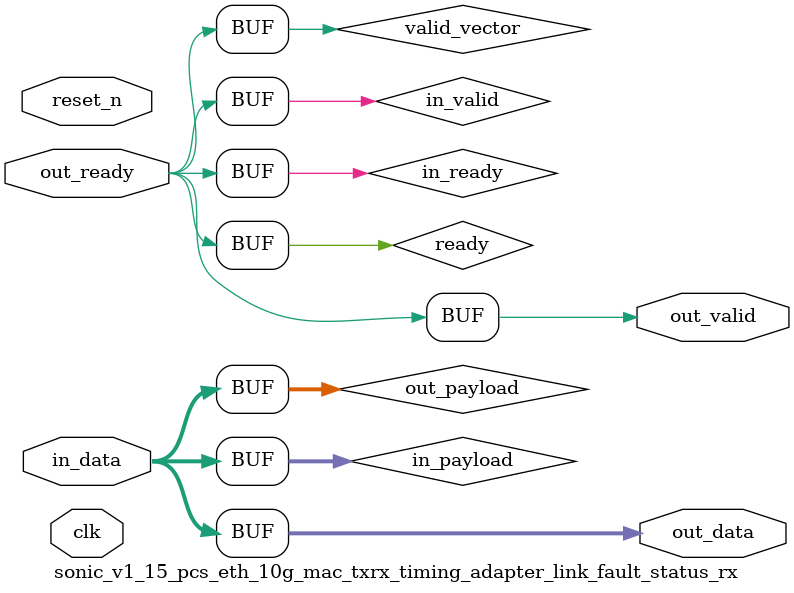
<source format=v>

`timescale 1ns / 100ps
module sonic_v1_15_pcs_eth_10g_mac_txrx_timing_adapter_link_fault_status_rx (
    
      // Interface: clk
      input              clk,
      // Interface: reset
      input              reset_n,
      // Interface: in
      input      [ 1: 0] in_data,
      // Interface: out
      output reg [ 1: 0] out_data,
      input              out_ready,
      output reg         out_valid
);




   // ---------------------------------------------------------------------
   //| Signal Declarations
   // ---------------------------------------------------------------------

   reg  [ 1: 0] in_payload;
   reg  [ 1: 0] out_payload;
   reg  [ 0: 0] ready;
   reg          in_ready;
   // synthesis translate_off
   always @(negedge in_ready) begin
      $display("%m: The downstream component is backpressuring by deasserting ready, but the upstream component can't be backpressured.");
   end
   // synthesis translate_on   
   reg          in_valid;
   reg  [ 0: 0] valid_vector;


   // ---------------------------------------------------------------------
   //| Payload Mapping
   // ---------------------------------------------------------------------
   always @* begin
     in_payload = {in_data};
     {out_data} = out_payload;
   end

   // ---------------------------------------------------------------------
   //| Ready & valid signals.
   // ---------------------------------------------------------------------
   always @* begin
     ready[0] = out_ready;
     out_valid = in_valid;
     out_payload = in_payload;
     in_ready = ready[0];
   end



   // ---------------------------------------------------------------------
   //| Input Valid Generation
   // ---------------------------------------------------------------------
   always @* begin
      valid_vector[0] = in_ready;
      in_valid        = valid_vector[0];
   end


endmodule


</source>
